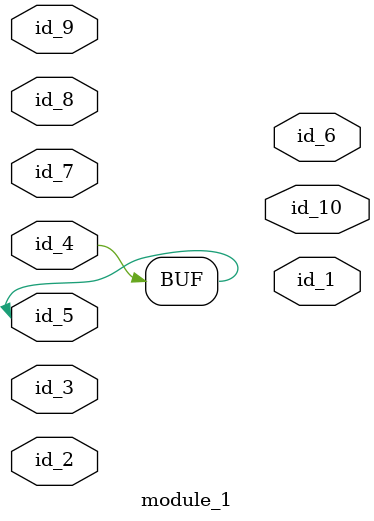
<source format=v>
module module_0 (
    id_1,
    id_2
);
  input wire id_2;
  input wire id_1;
  assign id_3 = id_3[1];
endmodule
module module_1 (
    id_1,
    id_2,
    id_3,
    id_4,
    id_5,
    id_6,
    id_7,
    id_8,
    id_9,
    id_10
);
  output wire id_10;
  inout wire id_9;
  inout wire id_8;
  inout wire id_7;
  output wire id_6;
  inout wire id_5;
  inout wire id_4;
  inout wire id_3;
  input wire id_2;
  output wire id_1;
  assign id_4 = id_5;
  module_0 modCall_1 (
      id_2,
      id_2
  );
endmodule

</source>
